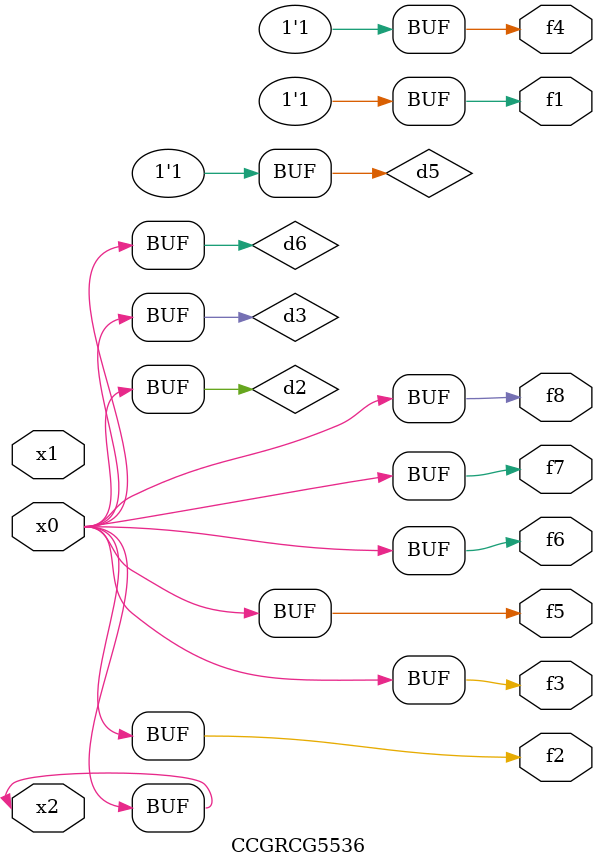
<source format=v>
module CCGRCG5536(
	input x0, x1, x2,
	output f1, f2, f3, f4, f5, f6, f7, f8
);

	wire d1, d2, d3, d4, d5, d6;

	xnor (d1, x2);
	buf (d2, x0, x2);
	and (d3, x0);
	xnor (d4, x1, x2);
	nand (d5, d1, d3);
	buf (d6, d2, d3);
	assign f1 = d5;
	assign f2 = d6;
	assign f3 = d6;
	assign f4 = d5;
	assign f5 = d6;
	assign f6 = d6;
	assign f7 = d6;
	assign f8 = d6;
endmodule

</source>
